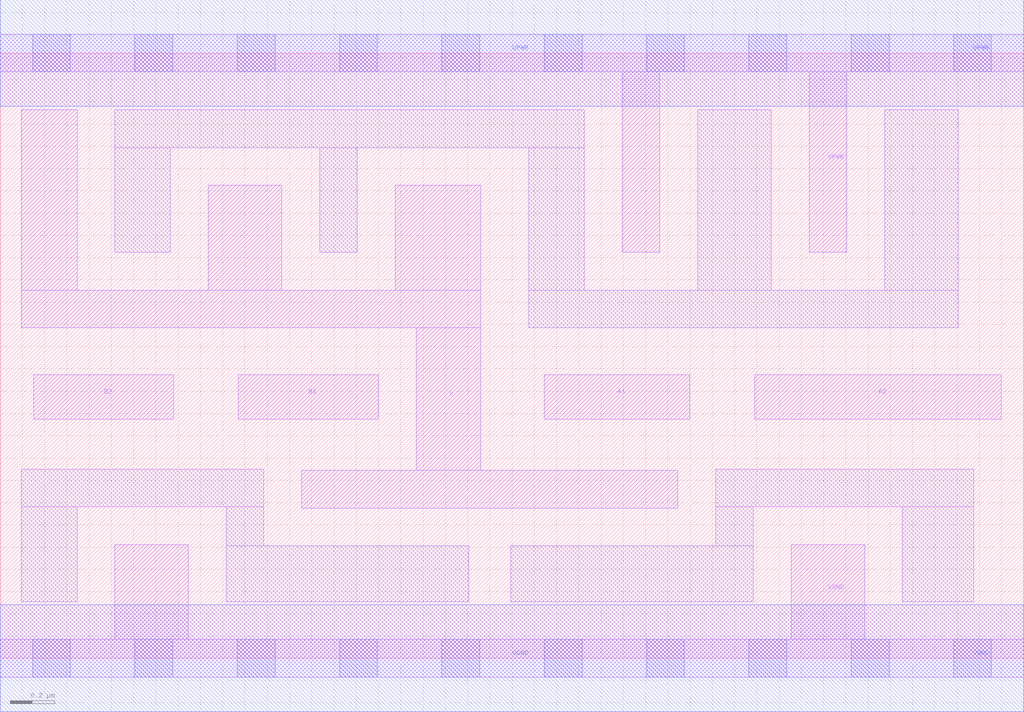
<source format=lef>
# Copyright 2020 The SkyWater PDK Authors
#
# Licensed under the Apache License, Version 2.0 (the "License");
# you may not use this file except in compliance with the License.
# You may obtain a copy of the License at
#
#     https://www.apache.org/licenses/LICENSE-2.0
#
# Unless required by applicable law or agreed to in writing, software
# distributed under the License is distributed on an "AS IS" BASIS,
# WITHOUT WARRANTIES OR CONDITIONS OF ANY KIND, either express or implied.
# See the License for the specific language governing permissions and
# limitations under the License.
#
# SPDX-License-Identifier: Apache-2.0

VERSION 5.7 ;
  NAMESCASESENSITIVE ON ;
  NOWIREEXTENSIONATPIN ON ;
  DIVIDERCHAR "/" ;
  BUSBITCHARS "[]" ;
UNITS
  DATABASE MICRONS 200 ;
END UNITS
MACRO sky130_fd_sc_hd__a22oi_2
  CLASS CORE ;
  SOURCE USER ;
  FOREIGN sky130_fd_sc_hd__a22oi_2 ;
  ORIGIN  0.000000  0.000000 ;
  SIZE  4.600000 BY  2.720000 ;
  SYMMETRY X Y R90 ;
  SITE unithd ;
  PIN A1
    ANTENNAGATEAREA  0.495000 ;
    DIRECTION INPUT ;
    USE SIGNAL ;
    PORT
      LAYER li1 ;
        RECT 2.445000 1.075000 3.100000 1.275000 ;
    END
  END A1
  PIN A2
    ANTENNAGATEAREA  0.495000 ;
    DIRECTION INPUT ;
    USE SIGNAL ;
    PORT
      LAYER li1 ;
        RECT 3.390000 1.075000 4.500000 1.275000 ;
    END
  END A2
  PIN B1
    ANTENNAGATEAREA  0.495000 ;
    DIRECTION INPUT ;
    USE SIGNAL ;
    PORT
      LAYER li1 ;
        RECT 1.070000 1.075000 1.700000 1.275000 ;
    END
  END B1
  PIN B2
    ANTENNAGATEAREA  0.495000 ;
    DIRECTION INPUT ;
    USE SIGNAL ;
    PORT
      LAYER li1 ;
        RECT 0.150000 1.075000 0.780000 1.275000 ;
    END
  END B2
  PIN Y
    ANTENNADIFFAREA  1.141000 ;
    DIRECTION OUTPUT ;
    USE SIGNAL ;
    PORT
      LAYER li1 ;
        RECT 0.095000 1.485000 2.160000 1.655000 ;
        RECT 0.095000 1.655000 0.345000 2.465000 ;
        RECT 0.935000 1.655000 1.265000 2.125000 ;
        RECT 1.355000 0.675000 3.045000 0.845000 ;
        RECT 1.775000 1.655000 2.160000 2.125000 ;
        RECT 1.870000 0.845000 2.160000 1.485000 ;
    END
  END Y
  PIN VGND
    DIRECTION INOUT ;
    SHAPE ABUTMENT ;
    USE GROUND ;
    PORT
      LAYER li1 ;
        RECT 0.000000 -0.085000 4.600000 0.085000 ;
        RECT 0.515000  0.085000 0.845000 0.510000 ;
        RECT 3.555000  0.085000 3.885000 0.510000 ;
      LAYER mcon ;
        RECT 0.145000 -0.085000 0.315000 0.085000 ;
        RECT 0.605000 -0.085000 0.775000 0.085000 ;
        RECT 1.065000 -0.085000 1.235000 0.085000 ;
        RECT 1.525000 -0.085000 1.695000 0.085000 ;
        RECT 1.985000 -0.085000 2.155000 0.085000 ;
        RECT 2.445000 -0.085000 2.615000 0.085000 ;
        RECT 2.905000 -0.085000 3.075000 0.085000 ;
        RECT 3.365000 -0.085000 3.535000 0.085000 ;
        RECT 3.825000 -0.085000 3.995000 0.085000 ;
        RECT 4.285000 -0.085000 4.455000 0.085000 ;
      LAYER met1 ;
        RECT 0.000000 -0.240000 4.600000 0.240000 ;
    END
  END VGND
  PIN VPWR
    DIRECTION INOUT ;
    SHAPE ABUTMENT ;
    USE POWER ;
    PORT
      LAYER li1 ;
        RECT 0.000000 2.635000 4.600000 2.805000 ;
        RECT 2.795000 1.825000 2.965000 2.635000 ;
        RECT 3.635000 1.825000 3.805000 2.635000 ;
      LAYER mcon ;
        RECT 0.145000 2.635000 0.315000 2.805000 ;
        RECT 0.605000 2.635000 0.775000 2.805000 ;
        RECT 1.065000 2.635000 1.235000 2.805000 ;
        RECT 1.525000 2.635000 1.695000 2.805000 ;
        RECT 1.985000 2.635000 2.155000 2.805000 ;
        RECT 2.445000 2.635000 2.615000 2.805000 ;
        RECT 2.905000 2.635000 3.075000 2.805000 ;
        RECT 3.365000 2.635000 3.535000 2.805000 ;
        RECT 3.825000 2.635000 3.995000 2.805000 ;
        RECT 4.285000 2.635000 4.455000 2.805000 ;
      LAYER met1 ;
        RECT 0.000000 2.480000 4.600000 2.960000 ;
    END
  END VPWR
  OBS
    LAYER li1 ;
      RECT 0.095000 0.255000 0.345000 0.680000 ;
      RECT 0.095000 0.680000 1.185000 0.850000 ;
      RECT 0.515000 1.825000 0.765000 2.295000 ;
      RECT 0.515000 2.295000 2.625000 2.465000 ;
      RECT 1.015000 0.255000 2.105000 0.505000 ;
      RECT 1.015000 0.505000 1.185000 0.680000 ;
      RECT 1.435000 1.825000 1.605000 2.295000 ;
      RECT 2.295000 0.255000 3.385000 0.505000 ;
      RECT 2.375000 1.485000 4.305000 1.655000 ;
      RECT 2.375000 1.655000 2.625000 2.295000 ;
      RECT 3.135000 1.655000 3.465000 2.465000 ;
      RECT 3.215000 0.505000 3.385000 0.680000 ;
      RECT 3.215000 0.680000 4.375000 0.850000 ;
      RECT 3.975000 1.655000 4.305000 2.465000 ;
      RECT 4.055000 0.255000 4.375000 0.680000 ;
  END
END sky130_fd_sc_hd__a22oi_2

</source>
